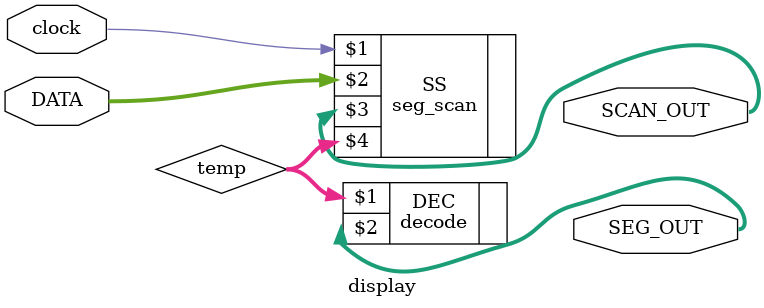
<source format=v>
`timescale 1ns / 1ps


module display(clock, DATA, SCAN_OUT, SEG_OUT);
    input clock;
    input [7:0] DATA;           // number that will be displayed
    output [1:0] SCAN_OUT;      // used to determine which position to display
    output [7:0] SEG_OUT;       // used to determine which digit to display
    wire[7:0] temp;
    
    seg_scan SS(clock, DATA, SCAN_OUT, temp);
    decode DEC(temp, SEG_OUT);
endmodule

</source>
